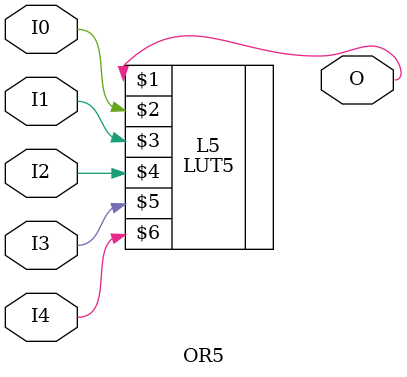
<source format=v>


`timescale  1 ps / 1 ps


module OR5 (O, I0, I1, I2, I3, I4);

    output O;

    input  I0, I1, I2, I3, I4;

    LUT5 #(.INIT(32'hFFFFFFFE)) L5 (O, I0, I1, I2, I3, I4);

endmodule

</source>
